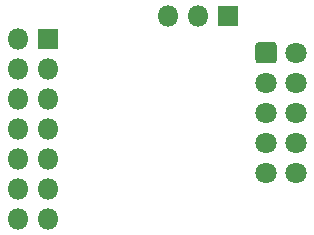
<source format=gbs>
%TF.GenerationSoftware,KiCad,Pcbnew,(5.1.6-0)*%
%TF.CreationDate,2022-11-03T10:15:40+01:00*%
%TF.ProjectId,Monitorswitch,4d6f6e69-746f-4727-9377-697463682e6b,rev?*%
%TF.SameCoordinates,Original*%
%TF.FileFunction,Soldermask,Bot*%
%TF.FilePolarity,Negative*%
%FSLAX46Y46*%
G04 Gerber Fmt 4.6, Leading zero omitted, Abs format (unit mm)*
G04 Created by KiCad (PCBNEW (5.1.6-0)) date 2022-11-03 10:15:40*
%MOMM*%
%LPD*%
G01*
G04 APERTURE LIST*
%ADD10O,1.800000X1.800000*%
%ADD11R,1.800000X1.800000*%
%ADD12C,1.800000*%
G04 APERTURE END LIST*
D10*
%TO.C,J3*%
X133760000Y-94500000D03*
X136300000Y-94500000D03*
D11*
X138840000Y-94500000D03*
%TD*%
D12*
%TO.C,J1*%
X144590000Y-107740000D03*
X144590000Y-105200000D03*
X144590000Y-102660000D03*
X144590000Y-100120000D03*
X144590000Y-97580000D03*
X142050000Y-107740000D03*
X142050000Y-105200000D03*
X142050000Y-102660000D03*
X142050000Y-100120000D03*
G36*
G01*
X141150000Y-98215294D02*
X141150000Y-96944706D01*
G75*
G02*
X141414706Y-96680000I264706J0D01*
G01*
X142685294Y-96680000D01*
G75*
G02*
X142950000Y-96944706I0J-264706D01*
G01*
X142950000Y-98215294D01*
G75*
G02*
X142685294Y-98480000I-264706J0D01*
G01*
X141414706Y-98480000D01*
G75*
G02*
X141150000Y-98215294I0J264706D01*
G01*
G37*
%TD*%
D10*
%TO.C,J2*%
X121060000Y-111640000D03*
X123600000Y-111640000D03*
X121060000Y-109100000D03*
X123600000Y-109100000D03*
X121060000Y-106560000D03*
X123600000Y-106560000D03*
X121060000Y-104020000D03*
X123600000Y-104020000D03*
X121060000Y-101480000D03*
X123600000Y-101480000D03*
X121060000Y-98940000D03*
X123600000Y-98940000D03*
X121060000Y-96400000D03*
D11*
X123600000Y-96400000D03*
%TD*%
M02*

</source>
